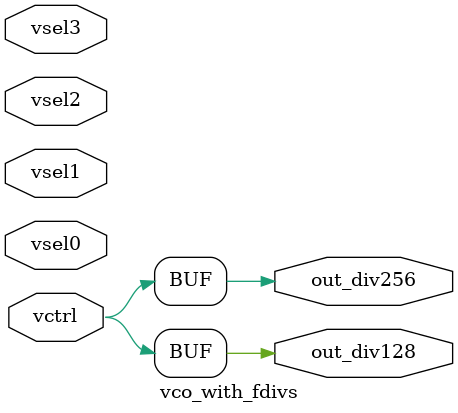
<source format=v>

`default_nettype none
`timescale 1 ns / 1 ps


module vco_with_fdivs(
`ifdef USE_POWER_PINS
    inout vdd,
    inout vss,
`endif
    output out_div128,
    output out_div256,
    input vctrl,
    input vsel0,
    input vsel1,
    input vsel2,
    input vsel3 
);

    //wire wire1;
    reg inode;

    // This is a behavioral model!  Actual circuit is a resitor dumping
    // current (slowly) from vdd3v3 onto a capacitor, and this fed into
    // two schmitt triggers for strong hysteresis/glitch tolerance.

    initial begin
	inode <= 1'b0; 
    end 

    // Emulate current source on capacitor as a 500ns delay either up or
    // down.  Note that this is sped way up for verilog simulation;  the
    // actual circuit is set to a 15ms delay.

    always @(posedge vdd) begin
	#500 inode <= 1'b1;
    end
    always @(negedge vdd) begin
	#500 inode <= 1'b0;
    end


    // since this is behavioral anyway, but this should be
    // replaced by a proper inverter
    //assign por_l = ~porb_l;
    assign out_div128 = vctrl;
    assign out_div256 = vctrl;
endmodule
`default_nettype wire

</source>
